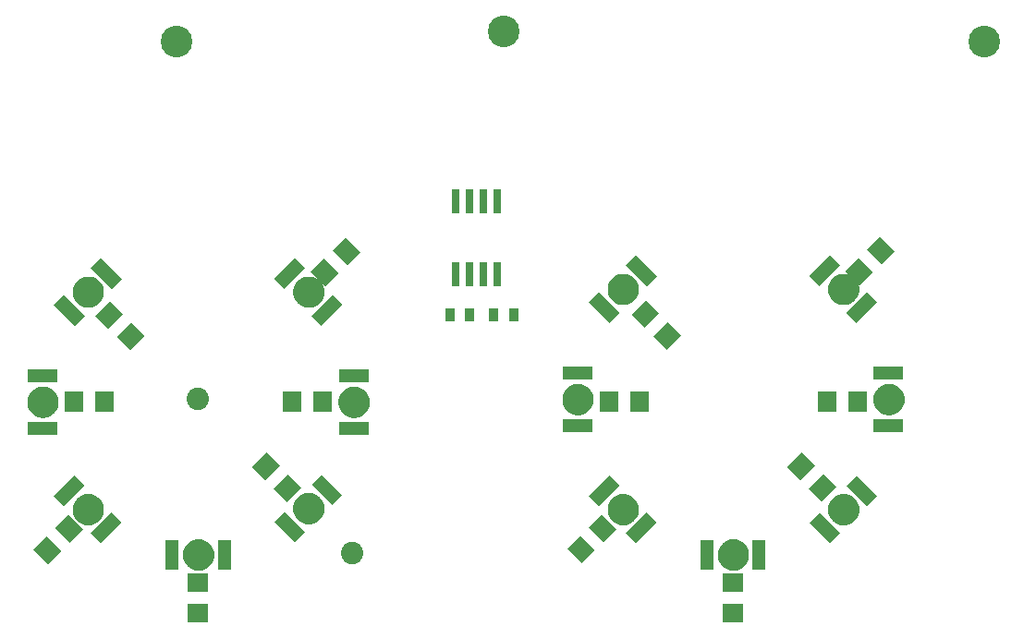
<source format=gbs>
G75*
%MOIN*%
%OFA0B0*%
%FSLAX25Y25*%
%IPPOS*%
%LPD*%
%AMOC8*
5,1,8,0,0,1.08239X$1,22.5*
%
%ADD10C,0.11424*%
%ADD11R,0.05124X0.10636*%
%ADD12C,0.05512*%
%ADD13R,0.10636X0.05124*%
%ADD14R,0.06699X0.07487*%
%ADD15R,0.07487X0.06699*%
%ADD16R,0.03550X0.05124*%
%ADD17R,0.02800X0.09100*%
%ADD18C,0.08077*%
D10*
X0087677Y0225472D03*
X0205787Y0229409D03*
X0379016Y0225472D03*
D11*
G36*
X0323495Y0148553D02*
X0327119Y0144929D01*
X0319599Y0137409D01*
X0315975Y0141033D01*
X0323495Y0148553D01*
G37*
G36*
X0336858Y0135190D02*
X0340482Y0131566D01*
X0332962Y0124046D01*
X0329338Y0127670D01*
X0336858Y0135190D01*
G37*
G36*
X0249810Y0144929D02*
X0253434Y0148553D01*
X0260954Y0141033D01*
X0257330Y0137409D01*
X0249810Y0144929D01*
G37*
G36*
X0236447Y0131566D02*
X0240071Y0135190D01*
X0247591Y0127670D01*
X0243967Y0124046D01*
X0236447Y0131566D01*
G37*
G36*
X0143944Y0134206D02*
X0147568Y0130582D01*
X0140048Y0123062D01*
X0136424Y0126686D01*
X0143944Y0134206D01*
G37*
G36*
X0130582Y0147568D02*
X0134206Y0143944D01*
X0126686Y0136424D01*
X0123062Y0140048D01*
X0130582Y0147568D01*
G37*
G36*
X0056897Y0143944D02*
X0060521Y0147568D01*
X0068041Y0140048D01*
X0064417Y0136424D01*
X0056897Y0143944D01*
G37*
G36*
X0043534Y0130582D02*
X0047158Y0134206D01*
X0054678Y0126686D01*
X0051054Y0123062D01*
X0043534Y0130582D01*
G37*
G36*
X0047158Y0057881D02*
X0043534Y0061505D01*
X0051054Y0069025D01*
X0054678Y0065401D01*
X0047158Y0057881D01*
G37*
G36*
X0060521Y0044518D02*
X0056897Y0048142D01*
X0064417Y0055662D01*
X0068041Y0052038D01*
X0060521Y0044518D01*
G37*
X0086102Y0040433D03*
X0105000Y0040433D03*
G36*
X0134206Y0048536D02*
X0130582Y0044912D01*
X0123062Y0052432D01*
X0126686Y0056056D01*
X0134206Y0048536D01*
G37*
G36*
X0147568Y0061899D02*
X0143944Y0058275D01*
X0136424Y0065795D01*
X0140048Y0069419D01*
X0147568Y0061899D01*
G37*
G36*
X0240071Y0057881D02*
X0236447Y0061505D01*
X0243967Y0069025D01*
X0247591Y0065401D01*
X0240071Y0057881D01*
G37*
G36*
X0253434Y0044518D02*
X0249810Y0048142D01*
X0257330Y0055662D01*
X0260954Y0052038D01*
X0253434Y0044518D01*
G37*
X0279016Y0040433D03*
X0297913Y0040433D03*
G36*
X0327119Y0048142D02*
X0323495Y0044518D01*
X0315975Y0052038D01*
X0319599Y0055662D01*
X0327119Y0048142D01*
G37*
G36*
X0340482Y0061505D02*
X0336858Y0057881D01*
X0329338Y0065401D01*
X0332962Y0069025D01*
X0340482Y0061505D01*
G37*
D12*
X0325472Y0056772D02*
X0325474Y0056877D01*
X0325480Y0056982D01*
X0325490Y0057086D01*
X0325504Y0057190D01*
X0325522Y0057294D01*
X0325544Y0057396D01*
X0325569Y0057498D01*
X0325599Y0057599D01*
X0325632Y0057698D01*
X0325669Y0057796D01*
X0325710Y0057893D01*
X0325755Y0057988D01*
X0325803Y0058081D01*
X0325854Y0058173D01*
X0325910Y0058262D01*
X0325968Y0058349D01*
X0326030Y0058434D01*
X0326094Y0058517D01*
X0326162Y0058597D01*
X0326233Y0058674D01*
X0326307Y0058748D01*
X0326384Y0058820D01*
X0326463Y0058889D01*
X0326545Y0058954D01*
X0326629Y0059017D01*
X0326716Y0059076D01*
X0326805Y0059132D01*
X0326896Y0059185D01*
X0326989Y0059234D01*
X0327083Y0059279D01*
X0327179Y0059321D01*
X0327277Y0059359D01*
X0327376Y0059393D01*
X0327477Y0059424D01*
X0327578Y0059450D01*
X0327681Y0059473D01*
X0327784Y0059492D01*
X0327888Y0059507D01*
X0327992Y0059518D01*
X0328097Y0059525D01*
X0328202Y0059528D01*
X0328307Y0059527D01*
X0328412Y0059522D01*
X0328516Y0059513D01*
X0328620Y0059500D01*
X0328724Y0059483D01*
X0328827Y0059462D01*
X0328929Y0059437D01*
X0329030Y0059409D01*
X0329129Y0059376D01*
X0329228Y0059340D01*
X0329325Y0059300D01*
X0329420Y0059257D01*
X0329514Y0059209D01*
X0329606Y0059159D01*
X0329696Y0059105D01*
X0329784Y0059047D01*
X0329869Y0058986D01*
X0329952Y0058922D01*
X0330033Y0058855D01*
X0330111Y0058785D01*
X0330186Y0058711D01*
X0330258Y0058636D01*
X0330328Y0058557D01*
X0330394Y0058476D01*
X0330458Y0058392D01*
X0330518Y0058306D01*
X0330574Y0058218D01*
X0330628Y0058127D01*
X0330678Y0058035D01*
X0330724Y0057941D01*
X0330767Y0057845D01*
X0330806Y0057747D01*
X0330841Y0057649D01*
X0330872Y0057548D01*
X0330900Y0057447D01*
X0330924Y0057345D01*
X0330944Y0057242D01*
X0330960Y0057138D01*
X0330972Y0057034D01*
X0330980Y0056929D01*
X0330984Y0056824D01*
X0330984Y0056720D01*
X0330980Y0056615D01*
X0330972Y0056510D01*
X0330960Y0056406D01*
X0330944Y0056302D01*
X0330924Y0056199D01*
X0330900Y0056097D01*
X0330872Y0055996D01*
X0330841Y0055895D01*
X0330806Y0055797D01*
X0330767Y0055699D01*
X0330724Y0055603D01*
X0330678Y0055509D01*
X0330628Y0055417D01*
X0330574Y0055326D01*
X0330518Y0055238D01*
X0330458Y0055152D01*
X0330394Y0055068D01*
X0330328Y0054987D01*
X0330258Y0054908D01*
X0330186Y0054833D01*
X0330111Y0054759D01*
X0330033Y0054689D01*
X0329952Y0054622D01*
X0329869Y0054558D01*
X0329784Y0054497D01*
X0329696Y0054439D01*
X0329606Y0054385D01*
X0329514Y0054335D01*
X0329420Y0054287D01*
X0329325Y0054244D01*
X0329228Y0054204D01*
X0329129Y0054168D01*
X0329030Y0054135D01*
X0328929Y0054107D01*
X0328827Y0054082D01*
X0328724Y0054061D01*
X0328620Y0054044D01*
X0328516Y0054031D01*
X0328412Y0054022D01*
X0328307Y0054017D01*
X0328202Y0054016D01*
X0328097Y0054019D01*
X0327992Y0054026D01*
X0327888Y0054037D01*
X0327784Y0054052D01*
X0327681Y0054071D01*
X0327578Y0054094D01*
X0327477Y0054120D01*
X0327376Y0054151D01*
X0327277Y0054185D01*
X0327179Y0054223D01*
X0327083Y0054265D01*
X0326989Y0054310D01*
X0326896Y0054359D01*
X0326805Y0054412D01*
X0326716Y0054468D01*
X0326629Y0054527D01*
X0326545Y0054590D01*
X0326463Y0054655D01*
X0326384Y0054724D01*
X0326307Y0054796D01*
X0326233Y0054870D01*
X0326162Y0054947D01*
X0326094Y0055027D01*
X0326030Y0055110D01*
X0325968Y0055195D01*
X0325910Y0055282D01*
X0325854Y0055371D01*
X0325803Y0055463D01*
X0325755Y0055556D01*
X0325710Y0055651D01*
X0325669Y0055748D01*
X0325632Y0055846D01*
X0325599Y0055945D01*
X0325569Y0056046D01*
X0325544Y0056148D01*
X0325522Y0056250D01*
X0325504Y0056354D01*
X0325490Y0056458D01*
X0325480Y0056562D01*
X0325474Y0056667D01*
X0325472Y0056772D01*
X0285709Y0040433D02*
X0285711Y0040538D01*
X0285717Y0040643D01*
X0285727Y0040747D01*
X0285741Y0040851D01*
X0285759Y0040955D01*
X0285781Y0041057D01*
X0285806Y0041159D01*
X0285836Y0041260D01*
X0285869Y0041359D01*
X0285906Y0041457D01*
X0285947Y0041554D01*
X0285992Y0041649D01*
X0286040Y0041742D01*
X0286091Y0041834D01*
X0286147Y0041923D01*
X0286205Y0042010D01*
X0286267Y0042095D01*
X0286331Y0042178D01*
X0286399Y0042258D01*
X0286470Y0042335D01*
X0286544Y0042409D01*
X0286621Y0042481D01*
X0286700Y0042550D01*
X0286782Y0042615D01*
X0286866Y0042678D01*
X0286953Y0042737D01*
X0287042Y0042793D01*
X0287133Y0042846D01*
X0287226Y0042895D01*
X0287320Y0042940D01*
X0287416Y0042982D01*
X0287514Y0043020D01*
X0287613Y0043054D01*
X0287714Y0043085D01*
X0287815Y0043111D01*
X0287918Y0043134D01*
X0288021Y0043153D01*
X0288125Y0043168D01*
X0288229Y0043179D01*
X0288334Y0043186D01*
X0288439Y0043189D01*
X0288544Y0043188D01*
X0288649Y0043183D01*
X0288753Y0043174D01*
X0288857Y0043161D01*
X0288961Y0043144D01*
X0289064Y0043123D01*
X0289166Y0043098D01*
X0289267Y0043070D01*
X0289366Y0043037D01*
X0289465Y0043001D01*
X0289562Y0042961D01*
X0289657Y0042918D01*
X0289751Y0042870D01*
X0289843Y0042820D01*
X0289933Y0042766D01*
X0290021Y0042708D01*
X0290106Y0042647D01*
X0290189Y0042583D01*
X0290270Y0042516D01*
X0290348Y0042446D01*
X0290423Y0042372D01*
X0290495Y0042297D01*
X0290565Y0042218D01*
X0290631Y0042137D01*
X0290695Y0042053D01*
X0290755Y0041967D01*
X0290811Y0041879D01*
X0290865Y0041788D01*
X0290915Y0041696D01*
X0290961Y0041602D01*
X0291004Y0041506D01*
X0291043Y0041408D01*
X0291078Y0041310D01*
X0291109Y0041209D01*
X0291137Y0041108D01*
X0291161Y0041006D01*
X0291181Y0040903D01*
X0291197Y0040799D01*
X0291209Y0040695D01*
X0291217Y0040590D01*
X0291221Y0040485D01*
X0291221Y0040381D01*
X0291217Y0040276D01*
X0291209Y0040171D01*
X0291197Y0040067D01*
X0291181Y0039963D01*
X0291161Y0039860D01*
X0291137Y0039758D01*
X0291109Y0039657D01*
X0291078Y0039556D01*
X0291043Y0039458D01*
X0291004Y0039360D01*
X0290961Y0039264D01*
X0290915Y0039170D01*
X0290865Y0039078D01*
X0290811Y0038987D01*
X0290755Y0038899D01*
X0290695Y0038813D01*
X0290631Y0038729D01*
X0290565Y0038648D01*
X0290495Y0038569D01*
X0290423Y0038494D01*
X0290348Y0038420D01*
X0290270Y0038350D01*
X0290189Y0038283D01*
X0290106Y0038219D01*
X0290021Y0038158D01*
X0289933Y0038100D01*
X0289843Y0038046D01*
X0289751Y0037996D01*
X0289657Y0037948D01*
X0289562Y0037905D01*
X0289465Y0037865D01*
X0289366Y0037829D01*
X0289267Y0037796D01*
X0289166Y0037768D01*
X0289064Y0037743D01*
X0288961Y0037722D01*
X0288857Y0037705D01*
X0288753Y0037692D01*
X0288649Y0037683D01*
X0288544Y0037678D01*
X0288439Y0037677D01*
X0288334Y0037680D01*
X0288229Y0037687D01*
X0288125Y0037698D01*
X0288021Y0037713D01*
X0287918Y0037732D01*
X0287815Y0037755D01*
X0287714Y0037781D01*
X0287613Y0037812D01*
X0287514Y0037846D01*
X0287416Y0037884D01*
X0287320Y0037926D01*
X0287226Y0037971D01*
X0287133Y0038020D01*
X0287042Y0038073D01*
X0286953Y0038129D01*
X0286866Y0038188D01*
X0286782Y0038251D01*
X0286700Y0038316D01*
X0286621Y0038385D01*
X0286544Y0038457D01*
X0286470Y0038531D01*
X0286399Y0038608D01*
X0286331Y0038688D01*
X0286267Y0038771D01*
X0286205Y0038856D01*
X0286147Y0038943D01*
X0286091Y0039032D01*
X0286040Y0039124D01*
X0285992Y0039217D01*
X0285947Y0039312D01*
X0285906Y0039409D01*
X0285869Y0039507D01*
X0285836Y0039606D01*
X0285806Y0039707D01*
X0285781Y0039809D01*
X0285759Y0039911D01*
X0285741Y0040015D01*
X0285727Y0040119D01*
X0285717Y0040223D01*
X0285711Y0040328D01*
X0285709Y0040433D01*
X0245945Y0056772D02*
X0245947Y0056877D01*
X0245953Y0056982D01*
X0245963Y0057086D01*
X0245977Y0057190D01*
X0245995Y0057294D01*
X0246017Y0057396D01*
X0246042Y0057498D01*
X0246072Y0057599D01*
X0246105Y0057698D01*
X0246142Y0057796D01*
X0246183Y0057893D01*
X0246228Y0057988D01*
X0246276Y0058081D01*
X0246327Y0058173D01*
X0246383Y0058262D01*
X0246441Y0058349D01*
X0246503Y0058434D01*
X0246567Y0058517D01*
X0246635Y0058597D01*
X0246706Y0058674D01*
X0246780Y0058748D01*
X0246857Y0058820D01*
X0246936Y0058889D01*
X0247018Y0058954D01*
X0247102Y0059017D01*
X0247189Y0059076D01*
X0247278Y0059132D01*
X0247369Y0059185D01*
X0247462Y0059234D01*
X0247556Y0059279D01*
X0247652Y0059321D01*
X0247750Y0059359D01*
X0247849Y0059393D01*
X0247950Y0059424D01*
X0248051Y0059450D01*
X0248154Y0059473D01*
X0248257Y0059492D01*
X0248361Y0059507D01*
X0248465Y0059518D01*
X0248570Y0059525D01*
X0248675Y0059528D01*
X0248780Y0059527D01*
X0248885Y0059522D01*
X0248989Y0059513D01*
X0249093Y0059500D01*
X0249197Y0059483D01*
X0249300Y0059462D01*
X0249402Y0059437D01*
X0249503Y0059409D01*
X0249602Y0059376D01*
X0249701Y0059340D01*
X0249798Y0059300D01*
X0249893Y0059257D01*
X0249987Y0059209D01*
X0250079Y0059159D01*
X0250169Y0059105D01*
X0250257Y0059047D01*
X0250342Y0058986D01*
X0250425Y0058922D01*
X0250506Y0058855D01*
X0250584Y0058785D01*
X0250659Y0058711D01*
X0250731Y0058636D01*
X0250801Y0058557D01*
X0250867Y0058476D01*
X0250931Y0058392D01*
X0250991Y0058306D01*
X0251047Y0058218D01*
X0251101Y0058127D01*
X0251151Y0058035D01*
X0251197Y0057941D01*
X0251240Y0057845D01*
X0251279Y0057747D01*
X0251314Y0057649D01*
X0251345Y0057548D01*
X0251373Y0057447D01*
X0251397Y0057345D01*
X0251417Y0057242D01*
X0251433Y0057138D01*
X0251445Y0057034D01*
X0251453Y0056929D01*
X0251457Y0056824D01*
X0251457Y0056720D01*
X0251453Y0056615D01*
X0251445Y0056510D01*
X0251433Y0056406D01*
X0251417Y0056302D01*
X0251397Y0056199D01*
X0251373Y0056097D01*
X0251345Y0055996D01*
X0251314Y0055895D01*
X0251279Y0055797D01*
X0251240Y0055699D01*
X0251197Y0055603D01*
X0251151Y0055509D01*
X0251101Y0055417D01*
X0251047Y0055326D01*
X0250991Y0055238D01*
X0250931Y0055152D01*
X0250867Y0055068D01*
X0250801Y0054987D01*
X0250731Y0054908D01*
X0250659Y0054833D01*
X0250584Y0054759D01*
X0250506Y0054689D01*
X0250425Y0054622D01*
X0250342Y0054558D01*
X0250257Y0054497D01*
X0250169Y0054439D01*
X0250079Y0054385D01*
X0249987Y0054335D01*
X0249893Y0054287D01*
X0249798Y0054244D01*
X0249701Y0054204D01*
X0249602Y0054168D01*
X0249503Y0054135D01*
X0249402Y0054107D01*
X0249300Y0054082D01*
X0249197Y0054061D01*
X0249093Y0054044D01*
X0248989Y0054031D01*
X0248885Y0054022D01*
X0248780Y0054017D01*
X0248675Y0054016D01*
X0248570Y0054019D01*
X0248465Y0054026D01*
X0248361Y0054037D01*
X0248257Y0054052D01*
X0248154Y0054071D01*
X0248051Y0054094D01*
X0247950Y0054120D01*
X0247849Y0054151D01*
X0247750Y0054185D01*
X0247652Y0054223D01*
X0247556Y0054265D01*
X0247462Y0054310D01*
X0247369Y0054359D01*
X0247278Y0054412D01*
X0247189Y0054468D01*
X0247102Y0054527D01*
X0247018Y0054590D01*
X0246936Y0054655D01*
X0246857Y0054724D01*
X0246780Y0054796D01*
X0246706Y0054870D01*
X0246635Y0054947D01*
X0246567Y0055027D01*
X0246503Y0055110D01*
X0246441Y0055195D01*
X0246383Y0055282D01*
X0246327Y0055371D01*
X0246276Y0055463D01*
X0246228Y0055556D01*
X0246183Y0055651D01*
X0246142Y0055748D01*
X0246105Y0055846D01*
X0246072Y0055945D01*
X0246042Y0056046D01*
X0246017Y0056148D01*
X0245995Y0056250D01*
X0245977Y0056354D01*
X0245963Y0056458D01*
X0245953Y0056562D01*
X0245947Y0056667D01*
X0245945Y0056772D01*
X0229606Y0096535D02*
X0229608Y0096640D01*
X0229614Y0096745D01*
X0229624Y0096849D01*
X0229638Y0096953D01*
X0229656Y0097057D01*
X0229678Y0097159D01*
X0229703Y0097261D01*
X0229733Y0097362D01*
X0229766Y0097461D01*
X0229803Y0097559D01*
X0229844Y0097656D01*
X0229889Y0097751D01*
X0229937Y0097844D01*
X0229988Y0097936D01*
X0230044Y0098025D01*
X0230102Y0098112D01*
X0230164Y0098197D01*
X0230228Y0098280D01*
X0230296Y0098360D01*
X0230367Y0098437D01*
X0230441Y0098511D01*
X0230518Y0098583D01*
X0230597Y0098652D01*
X0230679Y0098717D01*
X0230763Y0098780D01*
X0230850Y0098839D01*
X0230939Y0098895D01*
X0231030Y0098948D01*
X0231123Y0098997D01*
X0231217Y0099042D01*
X0231313Y0099084D01*
X0231411Y0099122D01*
X0231510Y0099156D01*
X0231611Y0099187D01*
X0231712Y0099213D01*
X0231815Y0099236D01*
X0231918Y0099255D01*
X0232022Y0099270D01*
X0232126Y0099281D01*
X0232231Y0099288D01*
X0232336Y0099291D01*
X0232441Y0099290D01*
X0232546Y0099285D01*
X0232650Y0099276D01*
X0232754Y0099263D01*
X0232858Y0099246D01*
X0232961Y0099225D01*
X0233063Y0099200D01*
X0233164Y0099172D01*
X0233263Y0099139D01*
X0233362Y0099103D01*
X0233459Y0099063D01*
X0233554Y0099020D01*
X0233648Y0098972D01*
X0233740Y0098922D01*
X0233830Y0098868D01*
X0233918Y0098810D01*
X0234003Y0098749D01*
X0234086Y0098685D01*
X0234167Y0098618D01*
X0234245Y0098548D01*
X0234320Y0098474D01*
X0234392Y0098399D01*
X0234462Y0098320D01*
X0234528Y0098239D01*
X0234592Y0098155D01*
X0234652Y0098069D01*
X0234708Y0097981D01*
X0234762Y0097890D01*
X0234812Y0097798D01*
X0234858Y0097704D01*
X0234901Y0097608D01*
X0234940Y0097510D01*
X0234975Y0097412D01*
X0235006Y0097311D01*
X0235034Y0097210D01*
X0235058Y0097108D01*
X0235078Y0097005D01*
X0235094Y0096901D01*
X0235106Y0096797D01*
X0235114Y0096692D01*
X0235118Y0096587D01*
X0235118Y0096483D01*
X0235114Y0096378D01*
X0235106Y0096273D01*
X0235094Y0096169D01*
X0235078Y0096065D01*
X0235058Y0095962D01*
X0235034Y0095860D01*
X0235006Y0095759D01*
X0234975Y0095658D01*
X0234940Y0095560D01*
X0234901Y0095462D01*
X0234858Y0095366D01*
X0234812Y0095272D01*
X0234762Y0095180D01*
X0234708Y0095089D01*
X0234652Y0095001D01*
X0234592Y0094915D01*
X0234528Y0094831D01*
X0234462Y0094750D01*
X0234392Y0094671D01*
X0234320Y0094596D01*
X0234245Y0094522D01*
X0234167Y0094452D01*
X0234086Y0094385D01*
X0234003Y0094321D01*
X0233918Y0094260D01*
X0233830Y0094202D01*
X0233740Y0094148D01*
X0233648Y0094098D01*
X0233554Y0094050D01*
X0233459Y0094007D01*
X0233362Y0093967D01*
X0233263Y0093931D01*
X0233164Y0093898D01*
X0233063Y0093870D01*
X0232961Y0093845D01*
X0232858Y0093824D01*
X0232754Y0093807D01*
X0232650Y0093794D01*
X0232546Y0093785D01*
X0232441Y0093780D01*
X0232336Y0093779D01*
X0232231Y0093782D01*
X0232126Y0093789D01*
X0232022Y0093800D01*
X0231918Y0093815D01*
X0231815Y0093834D01*
X0231712Y0093857D01*
X0231611Y0093883D01*
X0231510Y0093914D01*
X0231411Y0093948D01*
X0231313Y0093986D01*
X0231217Y0094028D01*
X0231123Y0094073D01*
X0231030Y0094122D01*
X0230939Y0094175D01*
X0230850Y0094231D01*
X0230763Y0094290D01*
X0230679Y0094353D01*
X0230597Y0094418D01*
X0230518Y0094487D01*
X0230441Y0094559D01*
X0230367Y0094633D01*
X0230296Y0094710D01*
X0230228Y0094790D01*
X0230164Y0094873D01*
X0230102Y0094958D01*
X0230044Y0095045D01*
X0229988Y0095134D01*
X0229937Y0095226D01*
X0229889Y0095319D01*
X0229844Y0095414D01*
X0229803Y0095511D01*
X0229766Y0095609D01*
X0229733Y0095708D01*
X0229703Y0095809D01*
X0229678Y0095911D01*
X0229656Y0096013D01*
X0229638Y0096117D01*
X0229624Y0096221D01*
X0229614Y0096325D01*
X0229608Y0096430D01*
X0229606Y0096535D01*
X0245945Y0136299D02*
X0245947Y0136404D01*
X0245953Y0136509D01*
X0245963Y0136613D01*
X0245977Y0136717D01*
X0245995Y0136821D01*
X0246017Y0136923D01*
X0246042Y0137025D01*
X0246072Y0137126D01*
X0246105Y0137225D01*
X0246142Y0137323D01*
X0246183Y0137420D01*
X0246228Y0137515D01*
X0246276Y0137608D01*
X0246327Y0137700D01*
X0246383Y0137789D01*
X0246441Y0137876D01*
X0246503Y0137961D01*
X0246567Y0138044D01*
X0246635Y0138124D01*
X0246706Y0138201D01*
X0246780Y0138275D01*
X0246857Y0138347D01*
X0246936Y0138416D01*
X0247018Y0138481D01*
X0247102Y0138544D01*
X0247189Y0138603D01*
X0247278Y0138659D01*
X0247369Y0138712D01*
X0247462Y0138761D01*
X0247556Y0138806D01*
X0247652Y0138848D01*
X0247750Y0138886D01*
X0247849Y0138920D01*
X0247950Y0138951D01*
X0248051Y0138977D01*
X0248154Y0139000D01*
X0248257Y0139019D01*
X0248361Y0139034D01*
X0248465Y0139045D01*
X0248570Y0139052D01*
X0248675Y0139055D01*
X0248780Y0139054D01*
X0248885Y0139049D01*
X0248989Y0139040D01*
X0249093Y0139027D01*
X0249197Y0139010D01*
X0249300Y0138989D01*
X0249402Y0138964D01*
X0249503Y0138936D01*
X0249602Y0138903D01*
X0249701Y0138867D01*
X0249798Y0138827D01*
X0249893Y0138784D01*
X0249987Y0138736D01*
X0250079Y0138686D01*
X0250169Y0138632D01*
X0250257Y0138574D01*
X0250342Y0138513D01*
X0250425Y0138449D01*
X0250506Y0138382D01*
X0250584Y0138312D01*
X0250659Y0138238D01*
X0250731Y0138163D01*
X0250801Y0138084D01*
X0250867Y0138003D01*
X0250931Y0137919D01*
X0250991Y0137833D01*
X0251047Y0137745D01*
X0251101Y0137654D01*
X0251151Y0137562D01*
X0251197Y0137468D01*
X0251240Y0137372D01*
X0251279Y0137274D01*
X0251314Y0137176D01*
X0251345Y0137075D01*
X0251373Y0136974D01*
X0251397Y0136872D01*
X0251417Y0136769D01*
X0251433Y0136665D01*
X0251445Y0136561D01*
X0251453Y0136456D01*
X0251457Y0136351D01*
X0251457Y0136247D01*
X0251453Y0136142D01*
X0251445Y0136037D01*
X0251433Y0135933D01*
X0251417Y0135829D01*
X0251397Y0135726D01*
X0251373Y0135624D01*
X0251345Y0135523D01*
X0251314Y0135422D01*
X0251279Y0135324D01*
X0251240Y0135226D01*
X0251197Y0135130D01*
X0251151Y0135036D01*
X0251101Y0134944D01*
X0251047Y0134853D01*
X0250991Y0134765D01*
X0250931Y0134679D01*
X0250867Y0134595D01*
X0250801Y0134514D01*
X0250731Y0134435D01*
X0250659Y0134360D01*
X0250584Y0134286D01*
X0250506Y0134216D01*
X0250425Y0134149D01*
X0250342Y0134085D01*
X0250257Y0134024D01*
X0250169Y0133966D01*
X0250079Y0133912D01*
X0249987Y0133862D01*
X0249893Y0133814D01*
X0249798Y0133771D01*
X0249701Y0133731D01*
X0249602Y0133695D01*
X0249503Y0133662D01*
X0249402Y0133634D01*
X0249300Y0133609D01*
X0249197Y0133588D01*
X0249093Y0133571D01*
X0248989Y0133558D01*
X0248885Y0133549D01*
X0248780Y0133544D01*
X0248675Y0133543D01*
X0248570Y0133546D01*
X0248465Y0133553D01*
X0248361Y0133564D01*
X0248257Y0133579D01*
X0248154Y0133598D01*
X0248051Y0133621D01*
X0247950Y0133647D01*
X0247849Y0133678D01*
X0247750Y0133712D01*
X0247652Y0133750D01*
X0247556Y0133792D01*
X0247462Y0133837D01*
X0247369Y0133886D01*
X0247278Y0133939D01*
X0247189Y0133995D01*
X0247102Y0134054D01*
X0247018Y0134117D01*
X0246936Y0134182D01*
X0246857Y0134251D01*
X0246780Y0134323D01*
X0246706Y0134397D01*
X0246635Y0134474D01*
X0246567Y0134554D01*
X0246503Y0134637D01*
X0246441Y0134722D01*
X0246383Y0134809D01*
X0246327Y0134898D01*
X0246276Y0134990D01*
X0246228Y0135083D01*
X0246183Y0135178D01*
X0246142Y0135275D01*
X0246105Y0135373D01*
X0246072Y0135472D01*
X0246042Y0135573D01*
X0246017Y0135675D01*
X0245995Y0135777D01*
X0245977Y0135881D01*
X0245963Y0135985D01*
X0245953Y0136089D01*
X0245947Y0136194D01*
X0245945Y0136299D01*
X0325472Y0136299D02*
X0325474Y0136404D01*
X0325480Y0136509D01*
X0325490Y0136613D01*
X0325504Y0136717D01*
X0325522Y0136821D01*
X0325544Y0136923D01*
X0325569Y0137025D01*
X0325599Y0137126D01*
X0325632Y0137225D01*
X0325669Y0137323D01*
X0325710Y0137420D01*
X0325755Y0137515D01*
X0325803Y0137608D01*
X0325854Y0137700D01*
X0325910Y0137789D01*
X0325968Y0137876D01*
X0326030Y0137961D01*
X0326094Y0138044D01*
X0326162Y0138124D01*
X0326233Y0138201D01*
X0326307Y0138275D01*
X0326384Y0138347D01*
X0326463Y0138416D01*
X0326545Y0138481D01*
X0326629Y0138544D01*
X0326716Y0138603D01*
X0326805Y0138659D01*
X0326896Y0138712D01*
X0326989Y0138761D01*
X0327083Y0138806D01*
X0327179Y0138848D01*
X0327277Y0138886D01*
X0327376Y0138920D01*
X0327477Y0138951D01*
X0327578Y0138977D01*
X0327681Y0139000D01*
X0327784Y0139019D01*
X0327888Y0139034D01*
X0327992Y0139045D01*
X0328097Y0139052D01*
X0328202Y0139055D01*
X0328307Y0139054D01*
X0328412Y0139049D01*
X0328516Y0139040D01*
X0328620Y0139027D01*
X0328724Y0139010D01*
X0328827Y0138989D01*
X0328929Y0138964D01*
X0329030Y0138936D01*
X0329129Y0138903D01*
X0329228Y0138867D01*
X0329325Y0138827D01*
X0329420Y0138784D01*
X0329514Y0138736D01*
X0329606Y0138686D01*
X0329696Y0138632D01*
X0329784Y0138574D01*
X0329869Y0138513D01*
X0329952Y0138449D01*
X0330033Y0138382D01*
X0330111Y0138312D01*
X0330186Y0138238D01*
X0330258Y0138163D01*
X0330328Y0138084D01*
X0330394Y0138003D01*
X0330458Y0137919D01*
X0330518Y0137833D01*
X0330574Y0137745D01*
X0330628Y0137654D01*
X0330678Y0137562D01*
X0330724Y0137468D01*
X0330767Y0137372D01*
X0330806Y0137274D01*
X0330841Y0137176D01*
X0330872Y0137075D01*
X0330900Y0136974D01*
X0330924Y0136872D01*
X0330944Y0136769D01*
X0330960Y0136665D01*
X0330972Y0136561D01*
X0330980Y0136456D01*
X0330984Y0136351D01*
X0330984Y0136247D01*
X0330980Y0136142D01*
X0330972Y0136037D01*
X0330960Y0135933D01*
X0330944Y0135829D01*
X0330924Y0135726D01*
X0330900Y0135624D01*
X0330872Y0135523D01*
X0330841Y0135422D01*
X0330806Y0135324D01*
X0330767Y0135226D01*
X0330724Y0135130D01*
X0330678Y0135036D01*
X0330628Y0134944D01*
X0330574Y0134853D01*
X0330518Y0134765D01*
X0330458Y0134679D01*
X0330394Y0134595D01*
X0330328Y0134514D01*
X0330258Y0134435D01*
X0330186Y0134360D01*
X0330111Y0134286D01*
X0330033Y0134216D01*
X0329952Y0134149D01*
X0329869Y0134085D01*
X0329784Y0134024D01*
X0329696Y0133966D01*
X0329606Y0133912D01*
X0329514Y0133862D01*
X0329420Y0133814D01*
X0329325Y0133771D01*
X0329228Y0133731D01*
X0329129Y0133695D01*
X0329030Y0133662D01*
X0328929Y0133634D01*
X0328827Y0133609D01*
X0328724Y0133588D01*
X0328620Y0133571D01*
X0328516Y0133558D01*
X0328412Y0133549D01*
X0328307Y0133544D01*
X0328202Y0133543D01*
X0328097Y0133546D01*
X0327992Y0133553D01*
X0327888Y0133564D01*
X0327784Y0133579D01*
X0327681Y0133598D01*
X0327578Y0133621D01*
X0327477Y0133647D01*
X0327376Y0133678D01*
X0327277Y0133712D01*
X0327179Y0133750D01*
X0327083Y0133792D01*
X0326989Y0133837D01*
X0326896Y0133886D01*
X0326805Y0133939D01*
X0326716Y0133995D01*
X0326629Y0134054D01*
X0326545Y0134117D01*
X0326463Y0134182D01*
X0326384Y0134251D01*
X0326307Y0134323D01*
X0326233Y0134397D01*
X0326162Y0134474D01*
X0326094Y0134554D01*
X0326030Y0134637D01*
X0325968Y0134722D01*
X0325910Y0134809D01*
X0325854Y0134898D01*
X0325803Y0134990D01*
X0325755Y0135083D01*
X0325710Y0135178D01*
X0325669Y0135275D01*
X0325632Y0135373D01*
X0325599Y0135472D01*
X0325569Y0135573D01*
X0325544Y0135675D01*
X0325522Y0135777D01*
X0325504Y0135881D01*
X0325490Y0135985D01*
X0325480Y0136089D01*
X0325474Y0136194D01*
X0325472Y0136299D01*
X0341811Y0096535D02*
X0341813Y0096640D01*
X0341819Y0096745D01*
X0341829Y0096849D01*
X0341843Y0096953D01*
X0341861Y0097057D01*
X0341883Y0097159D01*
X0341908Y0097261D01*
X0341938Y0097362D01*
X0341971Y0097461D01*
X0342008Y0097559D01*
X0342049Y0097656D01*
X0342094Y0097751D01*
X0342142Y0097844D01*
X0342193Y0097936D01*
X0342249Y0098025D01*
X0342307Y0098112D01*
X0342369Y0098197D01*
X0342433Y0098280D01*
X0342501Y0098360D01*
X0342572Y0098437D01*
X0342646Y0098511D01*
X0342723Y0098583D01*
X0342802Y0098652D01*
X0342884Y0098717D01*
X0342968Y0098780D01*
X0343055Y0098839D01*
X0343144Y0098895D01*
X0343235Y0098948D01*
X0343328Y0098997D01*
X0343422Y0099042D01*
X0343518Y0099084D01*
X0343616Y0099122D01*
X0343715Y0099156D01*
X0343816Y0099187D01*
X0343917Y0099213D01*
X0344020Y0099236D01*
X0344123Y0099255D01*
X0344227Y0099270D01*
X0344331Y0099281D01*
X0344436Y0099288D01*
X0344541Y0099291D01*
X0344646Y0099290D01*
X0344751Y0099285D01*
X0344855Y0099276D01*
X0344959Y0099263D01*
X0345063Y0099246D01*
X0345166Y0099225D01*
X0345268Y0099200D01*
X0345369Y0099172D01*
X0345468Y0099139D01*
X0345567Y0099103D01*
X0345664Y0099063D01*
X0345759Y0099020D01*
X0345853Y0098972D01*
X0345945Y0098922D01*
X0346035Y0098868D01*
X0346123Y0098810D01*
X0346208Y0098749D01*
X0346291Y0098685D01*
X0346372Y0098618D01*
X0346450Y0098548D01*
X0346525Y0098474D01*
X0346597Y0098399D01*
X0346667Y0098320D01*
X0346733Y0098239D01*
X0346797Y0098155D01*
X0346857Y0098069D01*
X0346913Y0097981D01*
X0346967Y0097890D01*
X0347017Y0097798D01*
X0347063Y0097704D01*
X0347106Y0097608D01*
X0347145Y0097510D01*
X0347180Y0097412D01*
X0347211Y0097311D01*
X0347239Y0097210D01*
X0347263Y0097108D01*
X0347283Y0097005D01*
X0347299Y0096901D01*
X0347311Y0096797D01*
X0347319Y0096692D01*
X0347323Y0096587D01*
X0347323Y0096483D01*
X0347319Y0096378D01*
X0347311Y0096273D01*
X0347299Y0096169D01*
X0347283Y0096065D01*
X0347263Y0095962D01*
X0347239Y0095860D01*
X0347211Y0095759D01*
X0347180Y0095658D01*
X0347145Y0095560D01*
X0347106Y0095462D01*
X0347063Y0095366D01*
X0347017Y0095272D01*
X0346967Y0095180D01*
X0346913Y0095089D01*
X0346857Y0095001D01*
X0346797Y0094915D01*
X0346733Y0094831D01*
X0346667Y0094750D01*
X0346597Y0094671D01*
X0346525Y0094596D01*
X0346450Y0094522D01*
X0346372Y0094452D01*
X0346291Y0094385D01*
X0346208Y0094321D01*
X0346123Y0094260D01*
X0346035Y0094202D01*
X0345945Y0094148D01*
X0345853Y0094098D01*
X0345759Y0094050D01*
X0345664Y0094007D01*
X0345567Y0093967D01*
X0345468Y0093931D01*
X0345369Y0093898D01*
X0345268Y0093870D01*
X0345166Y0093845D01*
X0345063Y0093824D01*
X0344959Y0093807D01*
X0344855Y0093794D01*
X0344751Y0093785D01*
X0344646Y0093780D01*
X0344541Y0093779D01*
X0344436Y0093782D01*
X0344331Y0093789D01*
X0344227Y0093800D01*
X0344123Y0093815D01*
X0344020Y0093834D01*
X0343917Y0093857D01*
X0343816Y0093883D01*
X0343715Y0093914D01*
X0343616Y0093948D01*
X0343518Y0093986D01*
X0343422Y0094028D01*
X0343328Y0094073D01*
X0343235Y0094122D01*
X0343144Y0094175D01*
X0343055Y0094231D01*
X0342968Y0094290D01*
X0342884Y0094353D01*
X0342802Y0094418D01*
X0342723Y0094487D01*
X0342646Y0094559D01*
X0342572Y0094633D01*
X0342501Y0094710D01*
X0342433Y0094790D01*
X0342369Y0094873D01*
X0342307Y0094958D01*
X0342249Y0095045D01*
X0342193Y0095134D01*
X0342142Y0095226D01*
X0342094Y0095319D01*
X0342049Y0095414D01*
X0342008Y0095511D01*
X0341971Y0095609D01*
X0341938Y0095708D01*
X0341908Y0095809D01*
X0341883Y0095911D01*
X0341861Y0096013D01*
X0341843Y0096117D01*
X0341829Y0096221D01*
X0341819Y0096325D01*
X0341813Y0096430D01*
X0341811Y0096535D01*
X0148898Y0095551D02*
X0148900Y0095656D01*
X0148906Y0095761D01*
X0148916Y0095865D01*
X0148930Y0095969D01*
X0148948Y0096073D01*
X0148970Y0096175D01*
X0148995Y0096277D01*
X0149025Y0096378D01*
X0149058Y0096477D01*
X0149095Y0096575D01*
X0149136Y0096672D01*
X0149181Y0096767D01*
X0149229Y0096860D01*
X0149280Y0096952D01*
X0149336Y0097041D01*
X0149394Y0097128D01*
X0149456Y0097213D01*
X0149520Y0097296D01*
X0149588Y0097376D01*
X0149659Y0097453D01*
X0149733Y0097527D01*
X0149810Y0097599D01*
X0149889Y0097668D01*
X0149971Y0097733D01*
X0150055Y0097796D01*
X0150142Y0097855D01*
X0150231Y0097911D01*
X0150322Y0097964D01*
X0150415Y0098013D01*
X0150509Y0098058D01*
X0150605Y0098100D01*
X0150703Y0098138D01*
X0150802Y0098172D01*
X0150903Y0098203D01*
X0151004Y0098229D01*
X0151107Y0098252D01*
X0151210Y0098271D01*
X0151314Y0098286D01*
X0151418Y0098297D01*
X0151523Y0098304D01*
X0151628Y0098307D01*
X0151733Y0098306D01*
X0151838Y0098301D01*
X0151942Y0098292D01*
X0152046Y0098279D01*
X0152150Y0098262D01*
X0152253Y0098241D01*
X0152355Y0098216D01*
X0152456Y0098188D01*
X0152555Y0098155D01*
X0152654Y0098119D01*
X0152751Y0098079D01*
X0152846Y0098036D01*
X0152940Y0097988D01*
X0153032Y0097938D01*
X0153122Y0097884D01*
X0153210Y0097826D01*
X0153295Y0097765D01*
X0153378Y0097701D01*
X0153459Y0097634D01*
X0153537Y0097564D01*
X0153612Y0097490D01*
X0153684Y0097415D01*
X0153754Y0097336D01*
X0153820Y0097255D01*
X0153884Y0097171D01*
X0153944Y0097085D01*
X0154000Y0096997D01*
X0154054Y0096906D01*
X0154104Y0096814D01*
X0154150Y0096720D01*
X0154193Y0096624D01*
X0154232Y0096526D01*
X0154267Y0096428D01*
X0154298Y0096327D01*
X0154326Y0096226D01*
X0154350Y0096124D01*
X0154370Y0096021D01*
X0154386Y0095917D01*
X0154398Y0095813D01*
X0154406Y0095708D01*
X0154410Y0095603D01*
X0154410Y0095499D01*
X0154406Y0095394D01*
X0154398Y0095289D01*
X0154386Y0095185D01*
X0154370Y0095081D01*
X0154350Y0094978D01*
X0154326Y0094876D01*
X0154298Y0094775D01*
X0154267Y0094674D01*
X0154232Y0094576D01*
X0154193Y0094478D01*
X0154150Y0094382D01*
X0154104Y0094288D01*
X0154054Y0094196D01*
X0154000Y0094105D01*
X0153944Y0094017D01*
X0153884Y0093931D01*
X0153820Y0093847D01*
X0153754Y0093766D01*
X0153684Y0093687D01*
X0153612Y0093612D01*
X0153537Y0093538D01*
X0153459Y0093468D01*
X0153378Y0093401D01*
X0153295Y0093337D01*
X0153210Y0093276D01*
X0153122Y0093218D01*
X0153032Y0093164D01*
X0152940Y0093114D01*
X0152846Y0093066D01*
X0152751Y0093023D01*
X0152654Y0092983D01*
X0152555Y0092947D01*
X0152456Y0092914D01*
X0152355Y0092886D01*
X0152253Y0092861D01*
X0152150Y0092840D01*
X0152046Y0092823D01*
X0151942Y0092810D01*
X0151838Y0092801D01*
X0151733Y0092796D01*
X0151628Y0092795D01*
X0151523Y0092798D01*
X0151418Y0092805D01*
X0151314Y0092816D01*
X0151210Y0092831D01*
X0151107Y0092850D01*
X0151004Y0092873D01*
X0150903Y0092899D01*
X0150802Y0092930D01*
X0150703Y0092964D01*
X0150605Y0093002D01*
X0150509Y0093044D01*
X0150415Y0093089D01*
X0150322Y0093138D01*
X0150231Y0093191D01*
X0150142Y0093247D01*
X0150055Y0093306D01*
X0149971Y0093369D01*
X0149889Y0093434D01*
X0149810Y0093503D01*
X0149733Y0093575D01*
X0149659Y0093649D01*
X0149588Y0093726D01*
X0149520Y0093806D01*
X0149456Y0093889D01*
X0149394Y0093974D01*
X0149336Y0094061D01*
X0149280Y0094150D01*
X0149229Y0094242D01*
X0149181Y0094335D01*
X0149136Y0094430D01*
X0149095Y0094527D01*
X0149058Y0094625D01*
X0149025Y0094724D01*
X0148995Y0094825D01*
X0148970Y0094927D01*
X0148948Y0095029D01*
X0148930Y0095133D01*
X0148916Y0095237D01*
X0148906Y0095341D01*
X0148900Y0095446D01*
X0148898Y0095551D01*
X0132559Y0057165D02*
X0132561Y0057270D01*
X0132567Y0057375D01*
X0132577Y0057479D01*
X0132591Y0057583D01*
X0132609Y0057687D01*
X0132631Y0057789D01*
X0132656Y0057891D01*
X0132686Y0057992D01*
X0132719Y0058091D01*
X0132756Y0058189D01*
X0132797Y0058286D01*
X0132842Y0058381D01*
X0132890Y0058474D01*
X0132941Y0058566D01*
X0132997Y0058655D01*
X0133055Y0058742D01*
X0133117Y0058827D01*
X0133181Y0058910D01*
X0133249Y0058990D01*
X0133320Y0059067D01*
X0133394Y0059141D01*
X0133471Y0059213D01*
X0133550Y0059282D01*
X0133632Y0059347D01*
X0133716Y0059410D01*
X0133803Y0059469D01*
X0133892Y0059525D01*
X0133983Y0059578D01*
X0134076Y0059627D01*
X0134170Y0059672D01*
X0134266Y0059714D01*
X0134364Y0059752D01*
X0134463Y0059786D01*
X0134564Y0059817D01*
X0134665Y0059843D01*
X0134768Y0059866D01*
X0134871Y0059885D01*
X0134975Y0059900D01*
X0135079Y0059911D01*
X0135184Y0059918D01*
X0135289Y0059921D01*
X0135394Y0059920D01*
X0135499Y0059915D01*
X0135603Y0059906D01*
X0135707Y0059893D01*
X0135811Y0059876D01*
X0135914Y0059855D01*
X0136016Y0059830D01*
X0136117Y0059802D01*
X0136216Y0059769D01*
X0136315Y0059733D01*
X0136412Y0059693D01*
X0136507Y0059650D01*
X0136601Y0059602D01*
X0136693Y0059552D01*
X0136783Y0059498D01*
X0136871Y0059440D01*
X0136956Y0059379D01*
X0137039Y0059315D01*
X0137120Y0059248D01*
X0137198Y0059178D01*
X0137273Y0059104D01*
X0137345Y0059029D01*
X0137415Y0058950D01*
X0137481Y0058869D01*
X0137545Y0058785D01*
X0137605Y0058699D01*
X0137661Y0058611D01*
X0137715Y0058520D01*
X0137765Y0058428D01*
X0137811Y0058334D01*
X0137854Y0058238D01*
X0137893Y0058140D01*
X0137928Y0058042D01*
X0137959Y0057941D01*
X0137987Y0057840D01*
X0138011Y0057738D01*
X0138031Y0057635D01*
X0138047Y0057531D01*
X0138059Y0057427D01*
X0138067Y0057322D01*
X0138071Y0057217D01*
X0138071Y0057113D01*
X0138067Y0057008D01*
X0138059Y0056903D01*
X0138047Y0056799D01*
X0138031Y0056695D01*
X0138011Y0056592D01*
X0137987Y0056490D01*
X0137959Y0056389D01*
X0137928Y0056288D01*
X0137893Y0056190D01*
X0137854Y0056092D01*
X0137811Y0055996D01*
X0137765Y0055902D01*
X0137715Y0055810D01*
X0137661Y0055719D01*
X0137605Y0055631D01*
X0137545Y0055545D01*
X0137481Y0055461D01*
X0137415Y0055380D01*
X0137345Y0055301D01*
X0137273Y0055226D01*
X0137198Y0055152D01*
X0137120Y0055082D01*
X0137039Y0055015D01*
X0136956Y0054951D01*
X0136871Y0054890D01*
X0136783Y0054832D01*
X0136693Y0054778D01*
X0136601Y0054728D01*
X0136507Y0054680D01*
X0136412Y0054637D01*
X0136315Y0054597D01*
X0136216Y0054561D01*
X0136117Y0054528D01*
X0136016Y0054500D01*
X0135914Y0054475D01*
X0135811Y0054454D01*
X0135707Y0054437D01*
X0135603Y0054424D01*
X0135499Y0054415D01*
X0135394Y0054410D01*
X0135289Y0054409D01*
X0135184Y0054412D01*
X0135079Y0054419D01*
X0134975Y0054430D01*
X0134871Y0054445D01*
X0134768Y0054464D01*
X0134665Y0054487D01*
X0134564Y0054513D01*
X0134463Y0054544D01*
X0134364Y0054578D01*
X0134266Y0054616D01*
X0134170Y0054658D01*
X0134076Y0054703D01*
X0133983Y0054752D01*
X0133892Y0054805D01*
X0133803Y0054861D01*
X0133716Y0054920D01*
X0133632Y0054983D01*
X0133550Y0055048D01*
X0133471Y0055117D01*
X0133394Y0055189D01*
X0133320Y0055263D01*
X0133249Y0055340D01*
X0133181Y0055420D01*
X0133117Y0055503D01*
X0133055Y0055588D01*
X0132997Y0055675D01*
X0132941Y0055764D01*
X0132890Y0055856D01*
X0132842Y0055949D01*
X0132797Y0056044D01*
X0132756Y0056141D01*
X0132719Y0056239D01*
X0132686Y0056338D01*
X0132656Y0056439D01*
X0132631Y0056541D01*
X0132609Y0056643D01*
X0132591Y0056747D01*
X0132577Y0056851D01*
X0132567Y0056955D01*
X0132561Y0057060D01*
X0132559Y0057165D01*
X0092795Y0040433D02*
X0092797Y0040538D01*
X0092803Y0040643D01*
X0092813Y0040747D01*
X0092827Y0040851D01*
X0092845Y0040955D01*
X0092867Y0041057D01*
X0092892Y0041159D01*
X0092922Y0041260D01*
X0092955Y0041359D01*
X0092992Y0041457D01*
X0093033Y0041554D01*
X0093078Y0041649D01*
X0093126Y0041742D01*
X0093177Y0041834D01*
X0093233Y0041923D01*
X0093291Y0042010D01*
X0093353Y0042095D01*
X0093417Y0042178D01*
X0093485Y0042258D01*
X0093556Y0042335D01*
X0093630Y0042409D01*
X0093707Y0042481D01*
X0093786Y0042550D01*
X0093868Y0042615D01*
X0093952Y0042678D01*
X0094039Y0042737D01*
X0094128Y0042793D01*
X0094219Y0042846D01*
X0094312Y0042895D01*
X0094406Y0042940D01*
X0094502Y0042982D01*
X0094600Y0043020D01*
X0094699Y0043054D01*
X0094800Y0043085D01*
X0094901Y0043111D01*
X0095004Y0043134D01*
X0095107Y0043153D01*
X0095211Y0043168D01*
X0095315Y0043179D01*
X0095420Y0043186D01*
X0095525Y0043189D01*
X0095630Y0043188D01*
X0095735Y0043183D01*
X0095839Y0043174D01*
X0095943Y0043161D01*
X0096047Y0043144D01*
X0096150Y0043123D01*
X0096252Y0043098D01*
X0096353Y0043070D01*
X0096452Y0043037D01*
X0096551Y0043001D01*
X0096648Y0042961D01*
X0096743Y0042918D01*
X0096837Y0042870D01*
X0096929Y0042820D01*
X0097019Y0042766D01*
X0097107Y0042708D01*
X0097192Y0042647D01*
X0097275Y0042583D01*
X0097356Y0042516D01*
X0097434Y0042446D01*
X0097509Y0042372D01*
X0097581Y0042297D01*
X0097651Y0042218D01*
X0097717Y0042137D01*
X0097781Y0042053D01*
X0097841Y0041967D01*
X0097897Y0041879D01*
X0097951Y0041788D01*
X0098001Y0041696D01*
X0098047Y0041602D01*
X0098090Y0041506D01*
X0098129Y0041408D01*
X0098164Y0041310D01*
X0098195Y0041209D01*
X0098223Y0041108D01*
X0098247Y0041006D01*
X0098267Y0040903D01*
X0098283Y0040799D01*
X0098295Y0040695D01*
X0098303Y0040590D01*
X0098307Y0040485D01*
X0098307Y0040381D01*
X0098303Y0040276D01*
X0098295Y0040171D01*
X0098283Y0040067D01*
X0098267Y0039963D01*
X0098247Y0039860D01*
X0098223Y0039758D01*
X0098195Y0039657D01*
X0098164Y0039556D01*
X0098129Y0039458D01*
X0098090Y0039360D01*
X0098047Y0039264D01*
X0098001Y0039170D01*
X0097951Y0039078D01*
X0097897Y0038987D01*
X0097841Y0038899D01*
X0097781Y0038813D01*
X0097717Y0038729D01*
X0097651Y0038648D01*
X0097581Y0038569D01*
X0097509Y0038494D01*
X0097434Y0038420D01*
X0097356Y0038350D01*
X0097275Y0038283D01*
X0097192Y0038219D01*
X0097107Y0038158D01*
X0097019Y0038100D01*
X0096929Y0038046D01*
X0096837Y0037996D01*
X0096743Y0037948D01*
X0096648Y0037905D01*
X0096551Y0037865D01*
X0096452Y0037829D01*
X0096353Y0037796D01*
X0096252Y0037768D01*
X0096150Y0037743D01*
X0096047Y0037722D01*
X0095943Y0037705D01*
X0095839Y0037692D01*
X0095735Y0037683D01*
X0095630Y0037678D01*
X0095525Y0037677D01*
X0095420Y0037680D01*
X0095315Y0037687D01*
X0095211Y0037698D01*
X0095107Y0037713D01*
X0095004Y0037732D01*
X0094901Y0037755D01*
X0094800Y0037781D01*
X0094699Y0037812D01*
X0094600Y0037846D01*
X0094502Y0037884D01*
X0094406Y0037926D01*
X0094312Y0037971D01*
X0094219Y0038020D01*
X0094128Y0038073D01*
X0094039Y0038129D01*
X0093952Y0038188D01*
X0093868Y0038251D01*
X0093786Y0038316D01*
X0093707Y0038385D01*
X0093630Y0038457D01*
X0093556Y0038531D01*
X0093485Y0038608D01*
X0093417Y0038688D01*
X0093353Y0038771D01*
X0093291Y0038856D01*
X0093233Y0038943D01*
X0093177Y0039032D01*
X0093126Y0039124D01*
X0093078Y0039217D01*
X0093033Y0039312D01*
X0092992Y0039409D01*
X0092955Y0039507D01*
X0092922Y0039606D01*
X0092892Y0039707D01*
X0092867Y0039809D01*
X0092845Y0039911D01*
X0092827Y0040015D01*
X0092813Y0040119D01*
X0092803Y0040223D01*
X0092797Y0040328D01*
X0092795Y0040433D01*
X0053031Y0056772D02*
X0053033Y0056877D01*
X0053039Y0056982D01*
X0053049Y0057086D01*
X0053063Y0057190D01*
X0053081Y0057294D01*
X0053103Y0057396D01*
X0053128Y0057498D01*
X0053158Y0057599D01*
X0053191Y0057698D01*
X0053228Y0057796D01*
X0053269Y0057893D01*
X0053314Y0057988D01*
X0053362Y0058081D01*
X0053413Y0058173D01*
X0053469Y0058262D01*
X0053527Y0058349D01*
X0053589Y0058434D01*
X0053653Y0058517D01*
X0053721Y0058597D01*
X0053792Y0058674D01*
X0053866Y0058748D01*
X0053943Y0058820D01*
X0054022Y0058889D01*
X0054104Y0058954D01*
X0054188Y0059017D01*
X0054275Y0059076D01*
X0054364Y0059132D01*
X0054455Y0059185D01*
X0054548Y0059234D01*
X0054642Y0059279D01*
X0054738Y0059321D01*
X0054836Y0059359D01*
X0054935Y0059393D01*
X0055036Y0059424D01*
X0055137Y0059450D01*
X0055240Y0059473D01*
X0055343Y0059492D01*
X0055447Y0059507D01*
X0055551Y0059518D01*
X0055656Y0059525D01*
X0055761Y0059528D01*
X0055866Y0059527D01*
X0055971Y0059522D01*
X0056075Y0059513D01*
X0056179Y0059500D01*
X0056283Y0059483D01*
X0056386Y0059462D01*
X0056488Y0059437D01*
X0056589Y0059409D01*
X0056688Y0059376D01*
X0056787Y0059340D01*
X0056884Y0059300D01*
X0056979Y0059257D01*
X0057073Y0059209D01*
X0057165Y0059159D01*
X0057255Y0059105D01*
X0057343Y0059047D01*
X0057428Y0058986D01*
X0057511Y0058922D01*
X0057592Y0058855D01*
X0057670Y0058785D01*
X0057745Y0058711D01*
X0057817Y0058636D01*
X0057887Y0058557D01*
X0057953Y0058476D01*
X0058017Y0058392D01*
X0058077Y0058306D01*
X0058133Y0058218D01*
X0058187Y0058127D01*
X0058237Y0058035D01*
X0058283Y0057941D01*
X0058326Y0057845D01*
X0058365Y0057747D01*
X0058400Y0057649D01*
X0058431Y0057548D01*
X0058459Y0057447D01*
X0058483Y0057345D01*
X0058503Y0057242D01*
X0058519Y0057138D01*
X0058531Y0057034D01*
X0058539Y0056929D01*
X0058543Y0056824D01*
X0058543Y0056720D01*
X0058539Y0056615D01*
X0058531Y0056510D01*
X0058519Y0056406D01*
X0058503Y0056302D01*
X0058483Y0056199D01*
X0058459Y0056097D01*
X0058431Y0055996D01*
X0058400Y0055895D01*
X0058365Y0055797D01*
X0058326Y0055699D01*
X0058283Y0055603D01*
X0058237Y0055509D01*
X0058187Y0055417D01*
X0058133Y0055326D01*
X0058077Y0055238D01*
X0058017Y0055152D01*
X0057953Y0055068D01*
X0057887Y0054987D01*
X0057817Y0054908D01*
X0057745Y0054833D01*
X0057670Y0054759D01*
X0057592Y0054689D01*
X0057511Y0054622D01*
X0057428Y0054558D01*
X0057343Y0054497D01*
X0057255Y0054439D01*
X0057165Y0054385D01*
X0057073Y0054335D01*
X0056979Y0054287D01*
X0056884Y0054244D01*
X0056787Y0054204D01*
X0056688Y0054168D01*
X0056589Y0054135D01*
X0056488Y0054107D01*
X0056386Y0054082D01*
X0056283Y0054061D01*
X0056179Y0054044D01*
X0056075Y0054031D01*
X0055971Y0054022D01*
X0055866Y0054017D01*
X0055761Y0054016D01*
X0055656Y0054019D01*
X0055551Y0054026D01*
X0055447Y0054037D01*
X0055343Y0054052D01*
X0055240Y0054071D01*
X0055137Y0054094D01*
X0055036Y0054120D01*
X0054935Y0054151D01*
X0054836Y0054185D01*
X0054738Y0054223D01*
X0054642Y0054265D01*
X0054548Y0054310D01*
X0054455Y0054359D01*
X0054364Y0054412D01*
X0054275Y0054468D01*
X0054188Y0054527D01*
X0054104Y0054590D01*
X0054022Y0054655D01*
X0053943Y0054724D01*
X0053866Y0054796D01*
X0053792Y0054870D01*
X0053721Y0054947D01*
X0053653Y0055027D01*
X0053589Y0055110D01*
X0053527Y0055195D01*
X0053469Y0055282D01*
X0053413Y0055371D01*
X0053362Y0055463D01*
X0053314Y0055556D01*
X0053269Y0055651D01*
X0053228Y0055748D01*
X0053191Y0055846D01*
X0053158Y0055945D01*
X0053128Y0056046D01*
X0053103Y0056148D01*
X0053081Y0056250D01*
X0053063Y0056354D01*
X0053049Y0056458D01*
X0053039Y0056562D01*
X0053033Y0056667D01*
X0053031Y0056772D01*
X0036693Y0095551D02*
X0036695Y0095656D01*
X0036701Y0095761D01*
X0036711Y0095865D01*
X0036725Y0095969D01*
X0036743Y0096073D01*
X0036765Y0096175D01*
X0036790Y0096277D01*
X0036820Y0096378D01*
X0036853Y0096477D01*
X0036890Y0096575D01*
X0036931Y0096672D01*
X0036976Y0096767D01*
X0037024Y0096860D01*
X0037075Y0096952D01*
X0037131Y0097041D01*
X0037189Y0097128D01*
X0037251Y0097213D01*
X0037315Y0097296D01*
X0037383Y0097376D01*
X0037454Y0097453D01*
X0037528Y0097527D01*
X0037605Y0097599D01*
X0037684Y0097668D01*
X0037766Y0097733D01*
X0037850Y0097796D01*
X0037937Y0097855D01*
X0038026Y0097911D01*
X0038117Y0097964D01*
X0038210Y0098013D01*
X0038304Y0098058D01*
X0038400Y0098100D01*
X0038498Y0098138D01*
X0038597Y0098172D01*
X0038698Y0098203D01*
X0038799Y0098229D01*
X0038902Y0098252D01*
X0039005Y0098271D01*
X0039109Y0098286D01*
X0039213Y0098297D01*
X0039318Y0098304D01*
X0039423Y0098307D01*
X0039528Y0098306D01*
X0039633Y0098301D01*
X0039737Y0098292D01*
X0039841Y0098279D01*
X0039945Y0098262D01*
X0040048Y0098241D01*
X0040150Y0098216D01*
X0040251Y0098188D01*
X0040350Y0098155D01*
X0040449Y0098119D01*
X0040546Y0098079D01*
X0040641Y0098036D01*
X0040735Y0097988D01*
X0040827Y0097938D01*
X0040917Y0097884D01*
X0041005Y0097826D01*
X0041090Y0097765D01*
X0041173Y0097701D01*
X0041254Y0097634D01*
X0041332Y0097564D01*
X0041407Y0097490D01*
X0041479Y0097415D01*
X0041549Y0097336D01*
X0041615Y0097255D01*
X0041679Y0097171D01*
X0041739Y0097085D01*
X0041795Y0096997D01*
X0041849Y0096906D01*
X0041899Y0096814D01*
X0041945Y0096720D01*
X0041988Y0096624D01*
X0042027Y0096526D01*
X0042062Y0096428D01*
X0042093Y0096327D01*
X0042121Y0096226D01*
X0042145Y0096124D01*
X0042165Y0096021D01*
X0042181Y0095917D01*
X0042193Y0095813D01*
X0042201Y0095708D01*
X0042205Y0095603D01*
X0042205Y0095499D01*
X0042201Y0095394D01*
X0042193Y0095289D01*
X0042181Y0095185D01*
X0042165Y0095081D01*
X0042145Y0094978D01*
X0042121Y0094876D01*
X0042093Y0094775D01*
X0042062Y0094674D01*
X0042027Y0094576D01*
X0041988Y0094478D01*
X0041945Y0094382D01*
X0041899Y0094288D01*
X0041849Y0094196D01*
X0041795Y0094105D01*
X0041739Y0094017D01*
X0041679Y0093931D01*
X0041615Y0093847D01*
X0041549Y0093766D01*
X0041479Y0093687D01*
X0041407Y0093612D01*
X0041332Y0093538D01*
X0041254Y0093468D01*
X0041173Y0093401D01*
X0041090Y0093337D01*
X0041005Y0093276D01*
X0040917Y0093218D01*
X0040827Y0093164D01*
X0040735Y0093114D01*
X0040641Y0093066D01*
X0040546Y0093023D01*
X0040449Y0092983D01*
X0040350Y0092947D01*
X0040251Y0092914D01*
X0040150Y0092886D01*
X0040048Y0092861D01*
X0039945Y0092840D01*
X0039841Y0092823D01*
X0039737Y0092810D01*
X0039633Y0092801D01*
X0039528Y0092796D01*
X0039423Y0092795D01*
X0039318Y0092798D01*
X0039213Y0092805D01*
X0039109Y0092816D01*
X0039005Y0092831D01*
X0038902Y0092850D01*
X0038799Y0092873D01*
X0038698Y0092899D01*
X0038597Y0092930D01*
X0038498Y0092964D01*
X0038400Y0093002D01*
X0038304Y0093044D01*
X0038210Y0093089D01*
X0038117Y0093138D01*
X0038026Y0093191D01*
X0037937Y0093247D01*
X0037850Y0093306D01*
X0037766Y0093369D01*
X0037684Y0093434D01*
X0037605Y0093503D01*
X0037528Y0093575D01*
X0037454Y0093649D01*
X0037383Y0093726D01*
X0037315Y0093806D01*
X0037251Y0093889D01*
X0037189Y0093974D01*
X0037131Y0094061D01*
X0037075Y0094150D01*
X0037024Y0094242D01*
X0036976Y0094335D01*
X0036931Y0094430D01*
X0036890Y0094527D01*
X0036853Y0094625D01*
X0036820Y0094724D01*
X0036790Y0094825D01*
X0036765Y0094927D01*
X0036743Y0095029D01*
X0036725Y0095133D01*
X0036711Y0095237D01*
X0036701Y0095341D01*
X0036695Y0095446D01*
X0036693Y0095551D01*
X0053031Y0135315D02*
X0053033Y0135420D01*
X0053039Y0135525D01*
X0053049Y0135629D01*
X0053063Y0135733D01*
X0053081Y0135837D01*
X0053103Y0135939D01*
X0053128Y0136041D01*
X0053158Y0136142D01*
X0053191Y0136241D01*
X0053228Y0136339D01*
X0053269Y0136436D01*
X0053314Y0136531D01*
X0053362Y0136624D01*
X0053413Y0136716D01*
X0053469Y0136805D01*
X0053527Y0136892D01*
X0053589Y0136977D01*
X0053653Y0137060D01*
X0053721Y0137140D01*
X0053792Y0137217D01*
X0053866Y0137291D01*
X0053943Y0137363D01*
X0054022Y0137432D01*
X0054104Y0137497D01*
X0054188Y0137560D01*
X0054275Y0137619D01*
X0054364Y0137675D01*
X0054455Y0137728D01*
X0054548Y0137777D01*
X0054642Y0137822D01*
X0054738Y0137864D01*
X0054836Y0137902D01*
X0054935Y0137936D01*
X0055036Y0137967D01*
X0055137Y0137993D01*
X0055240Y0138016D01*
X0055343Y0138035D01*
X0055447Y0138050D01*
X0055551Y0138061D01*
X0055656Y0138068D01*
X0055761Y0138071D01*
X0055866Y0138070D01*
X0055971Y0138065D01*
X0056075Y0138056D01*
X0056179Y0138043D01*
X0056283Y0138026D01*
X0056386Y0138005D01*
X0056488Y0137980D01*
X0056589Y0137952D01*
X0056688Y0137919D01*
X0056787Y0137883D01*
X0056884Y0137843D01*
X0056979Y0137800D01*
X0057073Y0137752D01*
X0057165Y0137702D01*
X0057255Y0137648D01*
X0057343Y0137590D01*
X0057428Y0137529D01*
X0057511Y0137465D01*
X0057592Y0137398D01*
X0057670Y0137328D01*
X0057745Y0137254D01*
X0057817Y0137179D01*
X0057887Y0137100D01*
X0057953Y0137019D01*
X0058017Y0136935D01*
X0058077Y0136849D01*
X0058133Y0136761D01*
X0058187Y0136670D01*
X0058237Y0136578D01*
X0058283Y0136484D01*
X0058326Y0136388D01*
X0058365Y0136290D01*
X0058400Y0136192D01*
X0058431Y0136091D01*
X0058459Y0135990D01*
X0058483Y0135888D01*
X0058503Y0135785D01*
X0058519Y0135681D01*
X0058531Y0135577D01*
X0058539Y0135472D01*
X0058543Y0135367D01*
X0058543Y0135263D01*
X0058539Y0135158D01*
X0058531Y0135053D01*
X0058519Y0134949D01*
X0058503Y0134845D01*
X0058483Y0134742D01*
X0058459Y0134640D01*
X0058431Y0134539D01*
X0058400Y0134438D01*
X0058365Y0134340D01*
X0058326Y0134242D01*
X0058283Y0134146D01*
X0058237Y0134052D01*
X0058187Y0133960D01*
X0058133Y0133869D01*
X0058077Y0133781D01*
X0058017Y0133695D01*
X0057953Y0133611D01*
X0057887Y0133530D01*
X0057817Y0133451D01*
X0057745Y0133376D01*
X0057670Y0133302D01*
X0057592Y0133232D01*
X0057511Y0133165D01*
X0057428Y0133101D01*
X0057343Y0133040D01*
X0057255Y0132982D01*
X0057165Y0132928D01*
X0057073Y0132878D01*
X0056979Y0132830D01*
X0056884Y0132787D01*
X0056787Y0132747D01*
X0056688Y0132711D01*
X0056589Y0132678D01*
X0056488Y0132650D01*
X0056386Y0132625D01*
X0056283Y0132604D01*
X0056179Y0132587D01*
X0056075Y0132574D01*
X0055971Y0132565D01*
X0055866Y0132560D01*
X0055761Y0132559D01*
X0055656Y0132562D01*
X0055551Y0132569D01*
X0055447Y0132580D01*
X0055343Y0132595D01*
X0055240Y0132614D01*
X0055137Y0132637D01*
X0055036Y0132663D01*
X0054935Y0132694D01*
X0054836Y0132728D01*
X0054738Y0132766D01*
X0054642Y0132808D01*
X0054548Y0132853D01*
X0054455Y0132902D01*
X0054364Y0132955D01*
X0054275Y0133011D01*
X0054188Y0133070D01*
X0054104Y0133133D01*
X0054022Y0133198D01*
X0053943Y0133267D01*
X0053866Y0133339D01*
X0053792Y0133413D01*
X0053721Y0133490D01*
X0053653Y0133570D01*
X0053589Y0133653D01*
X0053527Y0133738D01*
X0053469Y0133825D01*
X0053413Y0133914D01*
X0053362Y0134006D01*
X0053314Y0134099D01*
X0053269Y0134194D01*
X0053228Y0134291D01*
X0053191Y0134389D01*
X0053158Y0134488D01*
X0053128Y0134589D01*
X0053103Y0134691D01*
X0053081Y0134793D01*
X0053063Y0134897D01*
X0053049Y0135001D01*
X0053039Y0135105D01*
X0053033Y0135210D01*
X0053031Y0135315D01*
X0132559Y0135315D02*
X0132561Y0135420D01*
X0132567Y0135525D01*
X0132577Y0135629D01*
X0132591Y0135733D01*
X0132609Y0135837D01*
X0132631Y0135939D01*
X0132656Y0136041D01*
X0132686Y0136142D01*
X0132719Y0136241D01*
X0132756Y0136339D01*
X0132797Y0136436D01*
X0132842Y0136531D01*
X0132890Y0136624D01*
X0132941Y0136716D01*
X0132997Y0136805D01*
X0133055Y0136892D01*
X0133117Y0136977D01*
X0133181Y0137060D01*
X0133249Y0137140D01*
X0133320Y0137217D01*
X0133394Y0137291D01*
X0133471Y0137363D01*
X0133550Y0137432D01*
X0133632Y0137497D01*
X0133716Y0137560D01*
X0133803Y0137619D01*
X0133892Y0137675D01*
X0133983Y0137728D01*
X0134076Y0137777D01*
X0134170Y0137822D01*
X0134266Y0137864D01*
X0134364Y0137902D01*
X0134463Y0137936D01*
X0134564Y0137967D01*
X0134665Y0137993D01*
X0134768Y0138016D01*
X0134871Y0138035D01*
X0134975Y0138050D01*
X0135079Y0138061D01*
X0135184Y0138068D01*
X0135289Y0138071D01*
X0135394Y0138070D01*
X0135499Y0138065D01*
X0135603Y0138056D01*
X0135707Y0138043D01*
X0135811Y0138026D01*
X0135914Y0138005D01*
X0136016Y0137980D01*
X0136117Y0137952D01*
X0136216Y0137919D01*
X0136315Y0137883D01*
X0136412Y0137843D01*
X0136507Y0137800D01*
X0136601Y0137752D01*
X0136693Y0137702D01*
X0136783Y0137648D01*
X0136871Y0137590D01*
X0136956Y0137529D01*
X0137039Y0137465D01*
X0137120Y0137398D01*
X0137198Y0137328D01*
X0137273Y0137254D01*
X0137345Y0137179D01*
X0137415Y0137100D01*
X0137481Y0137019D01*
X0137545Y0136935D01*
X0137605Y0136849D01*
X0137661Y0136761D01*
X0137715Y0136670D01*
X0137765Y0136578D01*
X0137811Y0136484D01*
X0137854Y0136388D01*
X0137893Y0136290D01*
X0137928Y0136192D01*
X0137959Y0136091D01*
X0137987Y0135990D01*
X0138011Y0135888D01*
X0138031Y0135785D01*
X0138047Y0135681D01*
X0138059Y0135577D01*
X0138067Y0135472D01*
X0138071Y0135367D01*
X0138071Y0135263D01*
X0138067Y0135158D01*
X0138059Y0135053D01*
X0138047Y0134949D01*
X0138031Y0134845D01*
X0138011Y0134742D01*
X0137987Y0134640D01*
X0137959Y0134539D01*
X0137928Y0134438D01*
X0137893Y0134340D01*
X0137854Y0134242D01*
X0137811Y0134146D01*
X0137765Y0134052D01*
X0137715Y0133960D01*
X0137661Y0133869D01*
X0137605Y0133781D01*
X0137545Y0133695D01*
X0137481Y0133611D01*
X0137415Y0133530D01*
X0137345Y0133451D01*
X0137273Y0133376D01*
X0137198Y0133302D01*
X0137120Y0133232D01*
X0137039Y0133165D01*
X0136956Y0133101D01*
X0136871Y0133040D01*
X0136783Y0132982D01*
X0136693Y0132928D01*
X0136601Y0132878D01*
X0136507Y0132830D01*
X0136412Y0132787D01*
X0136315Y0132747D01*
X0136216Y0132711D01*
X0136117Y0132678D01*
X0136016Y0132650D01*
X0135914Y0132625D01*
X0135811Y0132604D01*
X0135707Y0132587D01*
X0135603Y0132574D01*
X0135499Y0132565D01*
X0135394Y0132560D01*
X0135289Y0132559D01*
X0135184Y0132562D01*
X0135079Y0132569D01*
X0134975Y0132580D01*
X0134871Y0132595D01*
X0134768Y0132614D01*
X0134665Y0132637D01*
X0134564Y0132663D01*
X0134463Y0132694D01*
X0134364Y0132728D01*
X0134266Y0132766D01*
X0134170Y0132808D01*
X0134076Y0132853D01*
X0133983Y0132902D01*
X0133892Y0132955D01*
X0133803Y0133011D01*
X0133716Y0133070D01*
X0133632Y0133133D01*
X0133550Y0133198D01*
X0133471Y0133267D01*
X0133394Y0133339D01*
X0133320Y0133413D01*
X0133249Y0133490D01*
X0133181Y0133570D01*
X0133117Y0133653D01*
X0133055Y0133738D01*
X0132997Y0133825D01*
X0132941Y0133914D01*
X0132890Y0134006D01*
X0132842Y0134099D01*
X0132797Y0134194D01*
X0132756Y0134291D01*
X0132719Y0134389D01*
X0132686Y0134488D01*
X0132656Y0134589D01*
X0132631Y0134691D01*
X0132609Y0134793D01*
X0132591Y0134897D01*
X0132577Y0135001D01*
X0132567Y0135105D01*
X0132561Y0135210D01*
X0132559Y0135315D01*
D13*
X0151654Y0105000D03*
X0151654Y0086102D03*
X0232362Y0087087D03*
X0232362Y0105984D03*
X0344567Y0105984D03*
X0344567Y0087087D03*
X0039449Y0086102D03*
X0039449Y0105000D03*
D14*
G36*
X0046274Y0041730D02*
X0041538Y0036994D01*
X0036246Y0042286D01*
X0040982Y0047022D01*
X0046274Y0041730D01*
G37*
G36*
X0054069Y0049525D02*
X0049333Y0044789D01*
X0044041Y0050081D01*
X0048777Y0054817D01*
X0054069Y0049525D01*
G37*
G36*
X0120239Y0077219D02*
X0124975Y0072483D01*
X0119683Y0067191D01*
X0114947Y0071927D01*
X0120239Y0077219D01*
G37*
G36*
X0128034Y0069424D02*
X0132770Y0064688D01*
X0127478Y0059396D01*
X0122742Y0064132D01*
X0128034Y0069424D01*
G37*
X0129409Y0095551D03*
X0140433Y0095551D03*
G36*
X0136207Y0142483D02*
X0140943Y0147219D01*
X0146235Y0141927D01*
X0141499Y0137191D01*
X0136207Y0142483D01*
G37*
G36*
X0144002Y0150278D02*
X0148738Y0155014D01*
X0154030Y0149722D01*
X0149294Y0144986D01*
X0144002Y0150278D01*
G37*
G36*
X0071021Y0114159D02*
X0066285Y0118895D01*
X0071577Y0124187D01*
X0076313Y0119451D01*
X0071021Y0114159D01*
G37*
G36*
X0063226Y0121954D02*
X0058490Y0126690D01*
X0063782Y0131982D01*
X0068518Y0127246D01*
X0063226Y0121954D01*
G37*
X0061693Y0095551D03*
X0050669Y0095551D03*
G36*
X0238636Y0041927D02*
X0233900Y0037191D01*
X0228608Y0042483D01*
X0233344Y0047219D01*
X0238636Y0041927D01*
G37*
G36*
X0246431Y0049722D02*
X0241695Y0044986D01*
X0236403Y0050278D01*
X0241139Y0055014D01*
X0246431Y0049722D01*
G37*
G36*
X0313231Y0077337D02*
X0317967Y0072601D01*
X0312675Y0067309D01*
X0307939Y0072045D01*
X0313231Y0077337D01*
G37*
G36*
X0321026Y0069542D02*
X0325762Y0064806D01*
X0320470Y0059514D01*
X0315734Y0064250D01*
X0321026Y0069542D01*
G37*
X0322402Y0095591D03*
X0333425Y0095591D03*
G36*
X0264407Y0114435D02*
X0259671Y0119171D01*
X0264963Y0124463D01*
X0269699Y0119727D01*
X0264407Y0114435D01*
G37*
G36*
X0256612Y0122230D02*
X0251876Y0126966D01*
X0257168Y0132258D01*
X0261904Y0127522D01*
X0256612Y0122230D01*
G37*
X0254685Y0095709D03*
X0243661Y0095709D03*
G36*
X0328884Y0142759D02*
X0333620Y0147495D01*
X0338912Y0142203D01*
X0334176Y0137467D01*
X0328884Y0142759D01*
G37*
G36*
X0336679Y0150553D02*
X0341415Y0155289D01*
X0346707Y0149997D01*
X0341971Y0145261D01*
X0336679Y0150553D01*
G37*
D15*
X0288504Y0030197D03*
X0288504Y0019173D03*
X0095591Y0019134D03*
X0095591Y0030157D03*
D16*
X0186496Y0127047D03*
X0193583Y0127047D03*
X0202244Y0127047D03*
X0209331Y0127047D03*
D17*
X0203406Y0141621D03*
X0198406Y0141621D03*
X0193406Y0141621D03*
X0188406Y0141621D03*
X0188406Y0168121D03*
X0193406Y0168121D03*
X0198406Y0168121D03*
X0203406Y0168121D03*
D18*
X0095303Y0096586D03*
X0150981Y0040909D03*
M02*

</source>
